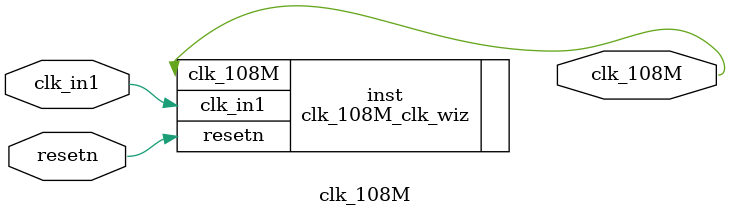
<source format=v>


`timescale 1ps/1ps

(* CORE_GENERATION_INFO = "clk_108M,clk_wiz_v6_0_4_0_0,{component_name=clk_108M,use_phase_alignment=true,use_min_o_jitter=false,use_max_i_jitter=false,use_dyn_phase_shift=false,use_inclk_switchover=false,use_dyn_reconfig=false,enable_axi=0,feedback_source=FDBK_AUTO,PRIMITIVE=MMCM,num_out_clk=1,clkin1_period=10.000,clkin2_period=10.000,use_power_down=false,use_reset=true,use_locked=false,use_inclk_stopped=false,feedback_type=SINGLE,CLOCK_MGR_TYPE=NA,manual_override=false}" *)

module clk_108M 
 (
  // Clock out ports
  output        clk_108M,
  // Status and control signals
  input         resetn,
 // Clock in ports
  input         clk_in1
 );

  clk_108M_clk_wiz inst
  (
  // Clock out ports  
  .clk_108M(clk_108M),
  // Status and control signals               
  .resetn(resetn), 
 // Clock in ports
  .clk_in1(clk_in1)
  );

endmodule

</source>
